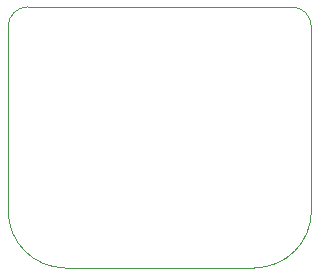
<source format=gbr>
%TF.GenerationSoftware,KiCad,Pcbnew,6.0.0*%
%TF.CreationDate,2022-01-15T20:08:09+00:00*%
%TF.ProjectId,amphenol-magjack,616d7068-656e-46f6-9c2d-6d61676a6163,rev?*%
%TF.SameCoordinates,Original*%
%TF.FileFunction,Profile,NP*%
%FSLAX46Y46*%
G04 Gerber Fmt 4.6, Leading zero omitted, Abs format (unit mm)*
G04 Created by KiCad (PCBNEW 6.0.0) date 2022-01-15 20:08:09*
%MOMM*%
%LPD*%
G01*
G04 APERTURE LIST*
%TA.AperFunction,Profile*%
%ADD10C,0.100000*%
%TD*%
G04 APERTURE END LIST*
D10*
X187706000Y-79629000D02*
X165354000Y-79629000D01*
X189373503Y-96901000D02*
X189357000Y-81280000D01*
X184547503Y-101727000D02*
G75*
G03*
X189373503Y-96901000I-1J4826001D01*
G01*
X163703000Y-96901000D02*
G75*
G03*
X168529000Y-101727000I4826001J1D01*
G01*
X165354000Y-79629000D02*
G75*
G03*
X163703000Y-81280000I1J-1651001D01*
G01*
X163703000Y-96901000D02*
X163703000Y-81280000D01*
X168529000Y-101727000D02*
X184547503Y-101727000D01*
X189357000Y-81280000D02*
G75*
G03*
X187706000Y-79629000I-1651001J-1D01*
G01*
M02*

</source>
